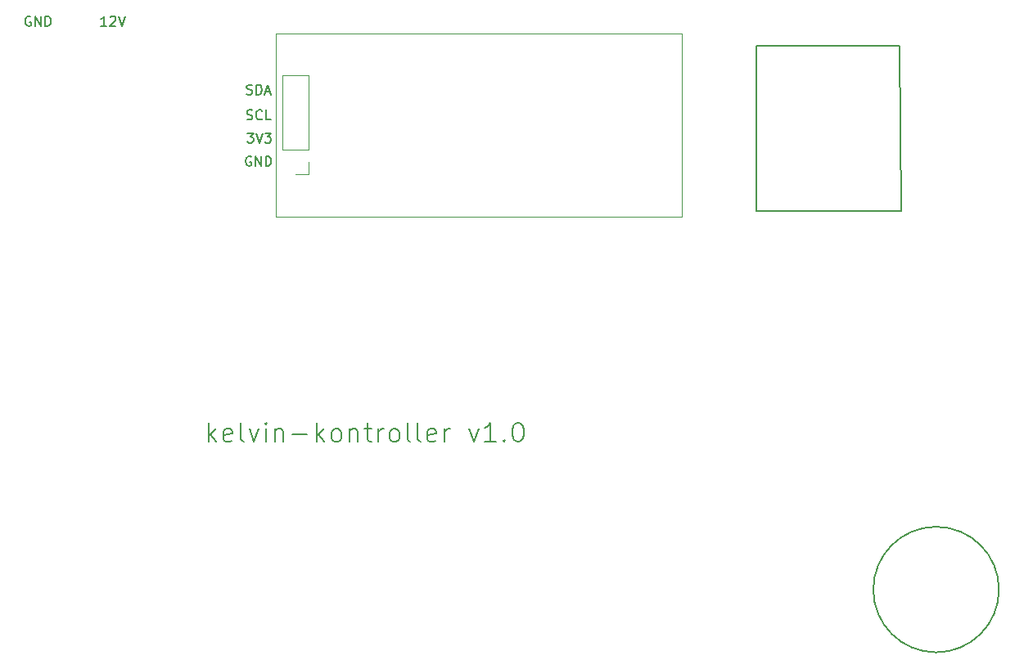
<source format=gto>
G04 #@! TF.GenerationSoftware,KiCad,Pcbnew,6.0.7-f9a2dced07~116~ubuntu20.04.1*
G04 #@! TF.CreationDate,2022-10-13T22:07:35-06:00*
G04 #@! TF.ProjectId,kelvin-kontroller,6b656c76-696e-42d6-9b6f-6e74726f6c6c,rev?*
G04 #@! TF.SameCoordinates,Original*
G04 #@! TF.FileFunction,Legend,Top*
G04 #@! TF.FilePolarity,Positive*
%FSLAX46Y46*%
G04 Gerber Fmt 4.6, Leading zero omitted, Abs format (unit mm)*
G04 Created by KiCad (PCBNEW 6.0.7-f9a2dced07~116~ubuntu20.04.1) date 2022-10-13 22:07:35*
%MOMM*%
%LPD*%
G01*
G04 APERTURE LIST*
%ADD10C,0.150000*%
%ADD11C,0.200000*%
%ADD12C,0.100000*%
%ADD13C,0.120000*%
%ADD14C,3.200000*%
%ADD15C,1.000000*%
%ADD16C,3.400000*%
%ADD17R,1.700000X1.700000*%
%ADD18O,1.700000X1.700000*%
%ADD19C,2.000000*%
%ADD20O,3.000000X3.500000*%
%ADD21R,2.000000X2.000000*%
%ADD22C,1.408000*%
%ADD23C,1.800000*%
%ADD24C,1.803400*%
%ADD25C,1.600000*%
%ADD26C,2.900000*%
G04 APERTURE END LIST*
D10*
X119380952Y-101452380D02*
X118809523Y-101452380D01*
X119095238Y-101452380D02*
X119095238Y-100452380D01*
X119000000Y-100595238D01*
X118904761Y-100690476D01*
X118809523Y-100738095D01*
X119761904Y-100547619D02*
X119809523Y-100500000D01*
X119904761Y-100452380D01*
X120142857Y-100452380D01*
X120238095Y-100500000D01*
X120285714Y-100547619D01*
X120333333Y-100642857D01*
X120333333Y-100738095D01*
X120285714Y-100880952D01*
X119714285Y-101452380D01*
X120333333Y-101452380D01*
X120619047Y-100452380D02*
X120952380Y-101452380D01*
X121285714Y-100452380D01*
X111538095Y-100500000D02*
X111442857Y-100452380D01*
X111300000Y-100452380D01*
X111157142Y-100500000D01*
X111061904Y-100595238D01*
X111014285Y-100690476D01*
X110966666Y-100880952D01*
X110966666Y-101023809D01*
X111014285Y-101214285D01*
X111061904Y-101309523D01*
X111157142Y-101404761D01*
X111300000Y-101452380D01*
X111395238Y-101452380D01*
X111538095Y-101404761D01*
X111585714Y-101357142D01*
X111585714Y-101023809D01*
X111395238Y-101023809D01*
X112014285Y-101452380D02*
X112014285Y-100452380D01*
X112585714Y-101452380D01*
X112585714Y-100452380D01*
X113061904Y-101452380D02*
X113061904Y-100452380D01*
X113300000Y-100452380D01*
X113442857Y-100500000D01*
X113538095Y-100595238D01*
X113585714Y-100690476D01*
X113633333Y-100880952D01*
X113633333Y-101023809D01*
X113585714Y-101214285D01*
X113538095Y-101309523D01*
X113442857Y-101404761D01*
X113300000Y-101452380D01*
X113061904Y-101452380D01*
X133885714Y-108504761D02*
X134028571Y-108552380D01*
X134266666Y-108552380D01*
X134361904Y-108504761D01*
X134409523Y-108457142D01*
X134457142Y-108361904D01*
X134457142Y-108266666D01*
X134409523Y-108171428D01*
X134361904Y-108123809D01*
X134266666Y-108076190D01*
X134076190Y-108028571D01*
X133980952Y-107980952D01*
X133933333Y-107933333D01*
X133885714Y-107838095D01*
X133885714Y-107742857D01*
X133933333Y-107647619D01*
X133980952Y-107600000D01*
X134076190Y-107552380D01*
X134314285Y-107552380D01*
X134457142Y-107600000D01*
X134885714Y-108552380D02*
X134885714Y-107552380D01*
X135123809Y-107552380D01*
X135266666Y-107600000D01*
X135361904Y-107695238D01*
X135409523Y-107790476D01*
X135457142Y-107980952D01*
X135457142Y-108123809D01*
X135409523Y-108314285D01*
X135361904Y-108409523D01*
X135266666Y-108504761D01*
X135123809Y-108552380D01*
X134885714Y-108552380D01*
X135838095Y-108266666D02*
X136314285Y-108266666D01*
X135742857Y-108552380D02*
X136076190Y-107552380D01*
X136409523Y-108552380D01*
X133909523Y-111104761D02*
X134052380Y-111152380D01*
X134290476Y-111152380D01*
X134385714Y-111104761D01*
X134433333Y-111057142D01*
X134480952Y-110961904D01*
X134480952Y-110866666D01*
X134433333Y-110771428D01*
X134385714Y-110723809D01*
X134290476Y-110676190D01*
X134100000Y-110628571D01*
X134004761Y-110580952D01*
X133957142Y-110533333D01*
X133909523Y-110438095D01*
X133909523Y-110342857D01*
X133957142Y-110247619D01*
X134004761Y-110200000D01*
X134100000Y-110152380D01*
X134338095Y-110152380D01*
X134480952Y-110200000D01*
X135480952Y-111057142D02*
X135433333Y-111104761D01*
X135290476Y-111152380D01*
X135195238Y-111152380D01*
X135052380Y-111104761D01*
X134957142Y-111009523D01*
X134909523Y-110914285D01*
X134861904Y-110723809D01*
X134861904Y-110580952D01*
X134909523Y-110390476D01*
X134957142Y-110295238D01*
X135052380Y-110200000D01*
X135195238Y-110152380D01*
X135290476Y-110152380D01*
X135433333Y-110200000D01*
X135480952Y-110247619D01*
X136385714Y-111152380D02*
X135909523Y-111152380D01*
X135909523Y-110152380D01*
X133961904Y-112552380D02*
X134580952Y-112552380D01*
X134247619Y-112933333D01*
X134390476Y-112933333D01*
X134485714Y-112980952D01*
X134533333Y-113028571D01*
X134580952Y-113123809D01*
X134580952Y-113361904D01*
X134533333Y-113457142D01*
X134485714Y-113504761D01*
X134390476Y-113552380D01*
X134104761Y-113552380D01*
X134009523Y-113504761D01*
X133961904Y-113457142D01*
X134866666Y-112552380D02*
X135200000Y-113552380D01*
X135533333Y-112552380D01*
X135771428Y-112552380D02*
X136390476Y-112552380D01*
X136057142Y-112933333D01*
X136200000Y-112933333D01*
X136295238Y-112980952D01*
X136342857Y-113028571D01*
X136390476Y-113123809D01*
X136390476Y-113361904D01*
X136342857Y-113457142D01*
X136295238Y-113504761D01*
X136200000Y-113552380D01*
X135914285Y-113552380D01*
X135819047Y-113504761D01*
X135771428Y-113457142D01*
X134338095Y-115000000D02*
X134242857Y-114952380D01*
X134100000Y-114952380D01*
X133957142Y-115000000D01*
X133861904Y-115095238D01*
X133814285Y-115190476D01*
X133766666Y-115380952D01*
X133766666Y-115523809D01*
X133814285Y-115714285D01*
X133861904Y-115809523D01*
X133957142Y-115904761D01*
X134100000Y-115952380D01*
X134195238Y-115952380D01*
X134338095Y-115904761D01*
X134385714Y-115857142D01*
X134385714Y-115523809D01*
X134195238Y-115523809D01*
X134814285Y-115952380D02*
X134814285Y-114952380D01*
X135385714Y-115952380D01*
X135385714Y-114952380D01*
X135861904Y-115952380D02*
X135861904Y-114952380D01*
X136100000Y-114952380D01*
X136242857Y-115000000D01*
X136338095Y-115095238D01*
X136385714Y-115190476D01*
X136433333Y-115380952D01*
X136433333Y-115523809D01*
X136385714Y-115714285D01*
X136338095Y-115809523D01*
X136242857Y-115904761D01*
X136100000Y-115952380D01*
X135861904Y-115952380D01*
D11*
X129961904Y-144504761D02*
X129961904Y-142504761D01*
X130152380Y-143742857D02*
X130723809Y-144504761D01*
X130723809Y-143171428D02*
X129961904Y-143933333D01*
X132342857Y-144409523D02*
X132152380Y-144504761D01*
X131771428Y-144504761D01*
X131580952Y-144409523D01*
X131485714Y-144219047D01*
X131485714Y-143457142D01*
X131580952Y-143266666D01*
X131771428Y-143171428D01*
X132152380Y-143171428D01*
X132342857Y-143266666D01*
X132438095Y-143457142D01*
X132438095Y-143647619D01*
X131485714Y-143838095D01*
X133580952Y-144504761D02*
X133390476Y-144409523D01*
X133295238Y-144219047D01*
X133295238Y-142504761D01*
X134152380Y-143171428D02*
X134628571Y-144504761D01*
X135104761Y-143171428D01*
X135866666Y-144504761D02*
X135866666Y-143171428D01*
X135866666Y-142504761D02*
X135771428Y-142600000D01*
X135866666Y-142695238D01*
X135961904Y-142600000D01*
X135866666Y-142504761D01*
X135866666Y-142695238D01*
X136819047Y-143171428D02*
X136819047Y-144504761D01*
X136819047Y-143361904D02*
X136914285Y-143266666D01*
X137104761Y-143171428D01*
X137390476Y-143171428D01*
X137580952Y-143266666D01*
X137676190Y-143457142D01*
X137676190Y-144504761D01*
X138628571Y-143742857D02*
X140152380Y-143742857D01*
X141104761Y-144504761D02*
X141104761Y-142504761D01*
X141295238Y-143742857D02*
X141866666Y-144504761D01*
X141866666Y-143171428D02*
X141104761Y-143933333D01*
X143009523Y-144504761D02*
X142819047Y-144409523D01*
X142723809Y-144314285D01*
X142628571Y-144123809D01*
X142628571Y-143552380D01*
X142723809Y-143361904D01*
X142819047Y-143266666D01*
X143009523Y-143171428D01*
X143295238Y-143171428D01*
X143485714Y-143266666D01*
X143580952Y-143361904D01*
X143676190Y-143552380D01*
X143676190Y-144123809D01*
X143580952Y-144314285D01*
X143485714Y-144409523D01*
X143295238Y-144504761D01*
X143009523Y-144504761D01*
X144533333Y-143171428D02*
X144533333Y-144504761D01*
X144533333Y-143361904D02*
X144628571Y-143266666D01*
X144819047Y-143171428D01*
X145104761Y-143171428D01*
X145295238Y-143266666D01*
X145390476Y-143457142D01*
X145390476Y-144504761D01*
X146057142Y-143171428D02*
X146819047Y-143171428D01*
X146342857Y-142504761D02*
X146342857Y-144219047D01*
X146438095Y-144409523D01*
X146628571Y-144504761D01*
X146819047Y-144504761D01*
X147485714Y-144504761D02*
X147485714Y-143171428D01*
X147485714Y-143552380D02*
X147580952Y-143361904D01*
X147676190Y-143266666D01*
X147866666Y-143171428D01*
X148057142Y-143171428D01*
X149009523Y-144504761D02*
X148819047Y-144409523D01*
X148723809Y-144314285D01*
X148628571Y-144123809D01*
X148628571Y-143552380D01*
X148723809Y-143361904D01*
X148819047Y-143266666D01*
X149009523Y-143171428D01*
X149295238Y-143171428D01*
X149485714Y-143266666D01*
X149580952Y-143361904D01*
X149676190Y-143552380D01*
X149676190Y-144123809D01*
X149580952Y-144314285D01*
X149485714Y-144409523D01*
X149295238Y-144504761D01*
X149009523Y-144504761D01*
X150819047Y-144504761D02*
X150628571Y-144409523D01*
X150533333Y-144219047D01*
X150533333Y-142504761D01*
X151866666Y-144504761D02*
X151676190Y-144409523D01*
X151580952Y-144219047D01*
X151580952Y-142504761D01*
X153390476Y-144409523D02*
X153200000Y-144504761D01*
X152819047Y-144504761D01*
X152628571Y-144409523D01*
X152533333Y-144219047D01*
X152533333Y-143457142D01*
X152628571Y-143266666D01*
X152819047Y-143171428D01*
X153200000Y-143171428D01*
X153390476Y-143266666D01*
X153485714Y-143457142D01*
X153485714Y-143647619D01*
X152533333Y-143838095D01*
X154342857Y-144504761D02*
X154342857Y-143171428D01*
X154342857Y-143552380D02*
X154438095Y-143361904D01*
X154533333Y-143266666D01*
X154723809Y-143171428D01*
X154914285Y-143171428D01*
X156914285Y-143171428D02*
X157390476Y-144504761D01*
X157866666Y-143171428D01*
X159676190Y-144504761D02*
X158533333Y-144504761D01*
X159104761Y-144504761D02*
X159104761Y-142504761D01*
X158914285Y-142790476D01*
X158723809Y-142980952D01*
X158533333Y-143076190D01*
X160533333Y-144314285D02*
X160628571Y-144409523D01*
X160533333Y-144504761D01*
X160438095Y-144409523D01*
X160533333Y-144314285D01*
X160533333Y-144504761D01*
X161866666Y-142504761D02*
X162057142Y-142504761D01*
X162247619Y-142600000D01*
X162342857Y-142695238D01*
X162438095Y-142885714D01*
X162533333Y-143266666D01*
X162533333Y-143742857D01*
X162438095Y-144123809D01*
X162342857Y-144314285D01*
X162247619Y-144409523D01*
X162057142Y-144504761D01*
X161866666Y-144504761D01*
X161676190Y-144409523D01*
X161580952Y-144314285D01*
X161485714Y-144123809D01*
X161390476Y-143742857D01*
X161390476Y-143266666D01*
X161485714Y-142885714D01*
X161580952Y-142695238D01*
X161676190Y-142600000D01*
X161866666Y-142504761D01*
D12*
X136920000Y-102200000D02*
X178920000Y-102200000D01*
X178920000Y-102200000D02*
X178920000Y-121200000D01*
X178920000Y-121200000D02*
X136920000Y-121200000D01*
X136920000Y-121200000D02*
X136920000Y-102200000D01*
D10*
G04 #@! TO.C,BZ1*
X211700000Y-159800000D02*
G75*
G03*
X211700000Y-159800000I-6500000J0D01*
G01*
D13*
G04 #@! TO.C,J13*
X140250000Y-116830000D02*
X138920000Y-116830000D01*
X137590000Y-114230000D02*
X137590000Y-106550000D01*
X140250000Y-114230000D02*
X140250000Y-106550000D01*
X140250000Y-114230000D02*
X137590000Y-114230000D01*
X140250000Y-115500000D02*
X140250000Y-116830000D01*
X140250000Y-106550000D02*
X137590000Y-106550000D01*
D10*
G04 #@! TO.C,SW3*
X186620000Y-120650000D02*
X186620000Y-103550000D01*
X186620000Y-103550000D02*
X201420000Y-103550000D01*
X201420000Y-103550000D02*
X201620000Y-120650000D01*
X201620000Y-120650000D02*
X186620000Y-120650000D01*
G04 #@! TD*
%LPC*%
D14*
G04 #@! TO.C,H2*
X212500000Y-103500000D03*
G04 #@! TD*
G04 #@! TO.C,H4*
X103500000Y-168500000D03*
G04 #@! TD*
G04 #@! TO.C,H1*
X103500000Y-103500000D03*
G04 #@! TD*
D15*
G04 #@! TO.C,BZ1*
X205200000Y-156050000D03*
X205200000Y-163550000D03*
D16*
X202700000Y-159800000D03*
X207700000Y-159800000D03*
G04 #@! TD*
D14*
G04 #@! TO.C,H3*
X212500000Y-168500000D03*
G04 #@! TD*
D17*
G04 #@! TO.C,J13*
X138920000Y-115500000D03*
D18*
X138920000Y-112960000D03*
X138920000Y-110420000D03*
X138920000Y-107880000D03*
G04 #@! TD*
D19*
G04 #@! TO.C,SW3*
X191620000Y-119350000D03*
X196620000Y-119350000D03*
X194120000Y-119350000D03*
X191620000Y-104850000D03*
X196620000Y-104850000D03*
D20*
X188520000Y-111850000D03*
X199720000Y-111850000D03*
G04 #@! TD*
D17*
G04 #@! TO.C,J8*
X211500000Y-130300000D03*
D18*
X208960000Y-130300000D03*
X206420000Y-130300000D03*
G04 #@! TD*
D17*
G04 #@! TO.C,J6*
X167375000Y-152790000D03*
D18*
X169915000Y-152790000D03*
X172455000Y-152790000D03*
G04 #@! TD*
D21*
G04 #@! TO.C,C21*
X110800000Y-132300000D03*
D19*
X110800000Y-127300000D03*
G04 #@! TD*
D17*
G04 #@! TO.C,J16*
X212725000Y-148210000D03*
D18*
X210185000Y-148210000D03*
X207645000Y-148210000D03*
G04 #@! TD*
D17*
G04 #@! TO.C,JP2*
X170954364Y-131425000D03*
D18*
X170954364Y-128885000D03*
X170954364Y-126345000D03*
G04 #@! TD*
D21*
G04 #@! TO.C,C15*
X129800000Y-107967677D03*
D19*
X129800000Y-102967677D03*
G04 #@! TD*
D21*
G04 #@! TO.C,C20*
X105800000Y-154632323D03*
D19*
X105800000Y-159632323D03*
G04 #@! TD*
D17*
G04 #@! TO.C,J2*
X177100000Y-169700000D03*
D18*
X177100000Y-167160000D03*
X177100000Y-164620000D03*
X177100000Y-162080000D03*
G04 #@! TD*
D17*
G04 #@! TO.C,JP1*
X188300000Y-131800000D03*
D18*
X188300000Y-129260000D03*
X188300000Y-126720000D03*
G04 #@! TD*
D17*
G04 #@! TO.C,J5*
X103810000Y-113975000D03*
D18*
X103810000Y-116515000D03*
X103810000Y-119055000D03*
G04 #@! TD*
D17*
G04 #@! TO.C,J3*
X160387142Y-126100000D03*
D18*
X162927142Y-126100000D03*
G04 #@! TD*
D17*
G04 #@! TO.C,J11*
X174805000Y-130290000D03*
D18*
X177345000Y-130290000D03*
X179885000Y-130290000D03*
X182425000Y-130290000D03*
G04 #@! TD*
D22*
G04 #@! TO.C,J12*
X157825000Y-167860000D03*
X152825000Y-167860000D03*
D23*
X158825000Y-170560000D03*
X151825000Y-170560000D03*
G04 #@! TD*
D17*
G04 #@! TO.C,J9*
X208275000Y-110790000D03*
D18*
X210815000Y-110790000D03*
X213355000Y-110790000D03*
G04 #@! TD*
D17*
G04 #@! TO.C,J7*
X197100000Y-129300000D03*
D18*
X194560000Y-129300000D03*
X192020000Y-129300000D03*
G04 #@! TD*
D17*
G04 #@! TO.C,J15*
X113700000Y-142975000D03*
D18*
X113700000Y-145515000D03*
X113700000Y-148055000D03*
X113700000Y-150595000D03*
X113700000Y-153135000D03*
X113700000Y-155675000D03*
X113700000Y-158215000D03*
G04 #@! TD*
D17*
G04 #@! TO.C,J4*
X152587142Y-126100000D03*
D18*
X155127142Y-126100000D03*
G04 #@! TD*
D17*
G04 #@! TO.C,JP4*
X203800000Y-150125000D03*
D18*
X203800000Y-147585000D03*
X203800000Y-145045000D03*
G04 #@! TD*
D24*
G04 #@! TO.C,L1*
X124862500Y-127529500D03*
X124862500Y-132533300D03*
X120874700Y-132533300D03*
X120874700Y-127529500D03*
G04 #@! TD*
D25*
G04 #@! TO.C,TH1*
X169100000Y-169800000D03*
X171600000Y-169800000D03*
G04 #@! TD*
D26*
G04 #@! TO.C,J14*
X112290000Y-105700000D03*
X119910000Y-105700000D03*
G04 #@! TD*
D17*
G04 #@! TO.C,JP3*
X202600000Y-132900000D03*
D18*
X202600000Y-130360000D03*
X202600000Y-127820000D03*
G04 #@! TD*
D17*
G04 #@! TO.C,J10*
X181950000Y-162400000D03*
D18*
X184490000Y-162400000D03*
X187030000Y-162400000D03*
X189570000Y-162400000D03*
X192110000Y-162400000D03*
X194650000Y-162400000D03*
G04 #@! TD*
M02*

</source>
